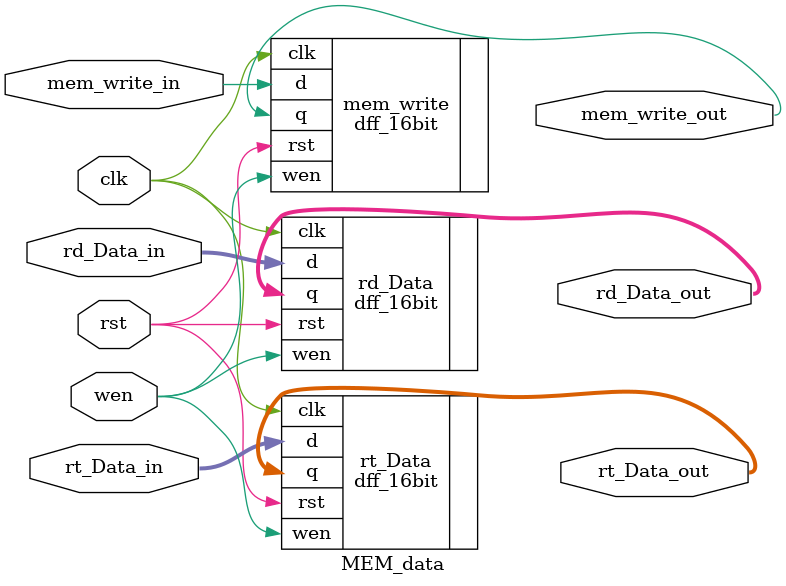
<source format=v>
module MEM_data(
    input [15:0] rd_Data_in,
    input [15:0] rt_Data_in,
    input mem_write_in,

    output [15:0] rd_Data_out,
    output [15:0] rt_Data_out,
    output mem_write_out,

    input wen,
    input clk,
    input rst);

    dff_16bit rd_Data(
        .d(rd_Data_in),
        .q(rd_Data_out),
        .wen(wen),
        .clk(clk),
        .rst(rst)
    );

    dff_16bit rt_Data(
        .d(rt_Data_in),
        .q(rt_Data_out),
        .wen(wen),
        .clk(clk),
        .rst(rst)
    );

    dff_16bit mem_write(
        .d(mem_write_in),
        .q(mem_write_out),
        .wen(wen),
        .clk(clk),
        .rst(rst)
    );

endmodule

</source>
